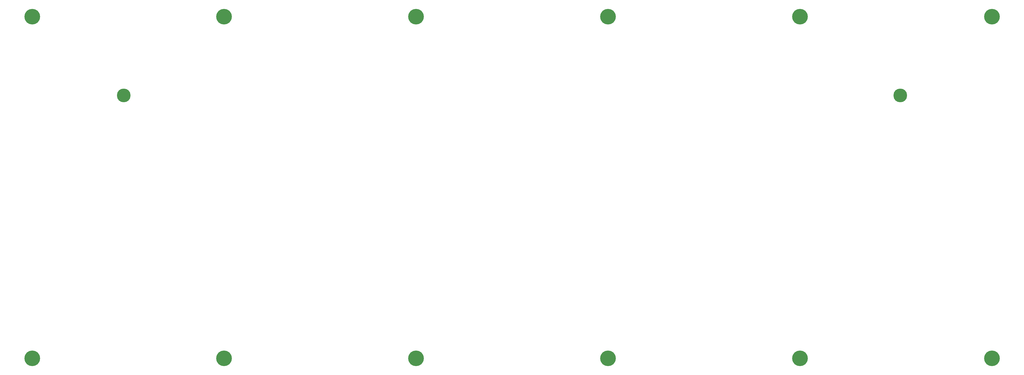
<source format=gbr>
%TF.GenerationSoftware,KiCad,Pcbnew,(5.99.0-2421-g2ea5528cd)*%
%TF.CreationDate,2020-08-19T21:21:45-04:00*%
%TF.ProjectId,bottom,626f7474-6f6d-42e6-9b69-6361645f7063,rev?*%
%TF.SameCoordinates,Original*%
%TF.FileFunction,Soldermask,Bot*%
%TF.FilePolarity,Negative*%
%FSLAX46Y46*%
G04 Gerber Fmt 4.6, Leading zero omitted, Abs format (unit mm)*
G04 Created by KiCad (PCBNEW (5.99.0-2421-g2ea5528cd)) date 2020-08-19 21:21:45*
%MOMM*%
%LPD*%
G01*
G04 APERTURE LIST*
%ADD10C,5.000000*%
%ADD11C,5.700000*%
G04 APERTURE END LIST*
D10*
%TO.C,H14*%
X-23613000Y51080000D03*
%TD*%
D11*
%TO.C,H5*%
X223000000Y79852446D03*
%TD*%
%TO.C,H7*%
X-57000000Y-45000000D03*
%TD*%
%TO.C,H10*%
X153000000Y-45000000D03*
%TD*%
%TO.C,H9*%
X83000000Y-45000000D03*
%TD*%
%TO.C,H12*%
X293000000Y-45000000D03*
%TD*%
%TO.C,H4*%
X153000000Y79852446D03*
%TD*%
%TO.C,H8*%
X13000000Y-45000000D03*
%TD*%
D10*
%TO.C,H13*%
X259613000Y51080000D03*
%TD*%
D11*
%TO.C,H3*%
X83000000Y79852446D03*
%TD*%
%TO.C,H2*%
X13000000Y79852446D03*
%TD*%
%TO.C,H11*%
X223000000Y-45000000D03*
%TD*%
%TO.C,H1*%
X-57000000Y79852446D03*
%TD*%
%TO.C,H6*%
X293000000Y79852446D03*
%TD*%
M02*

</source>
